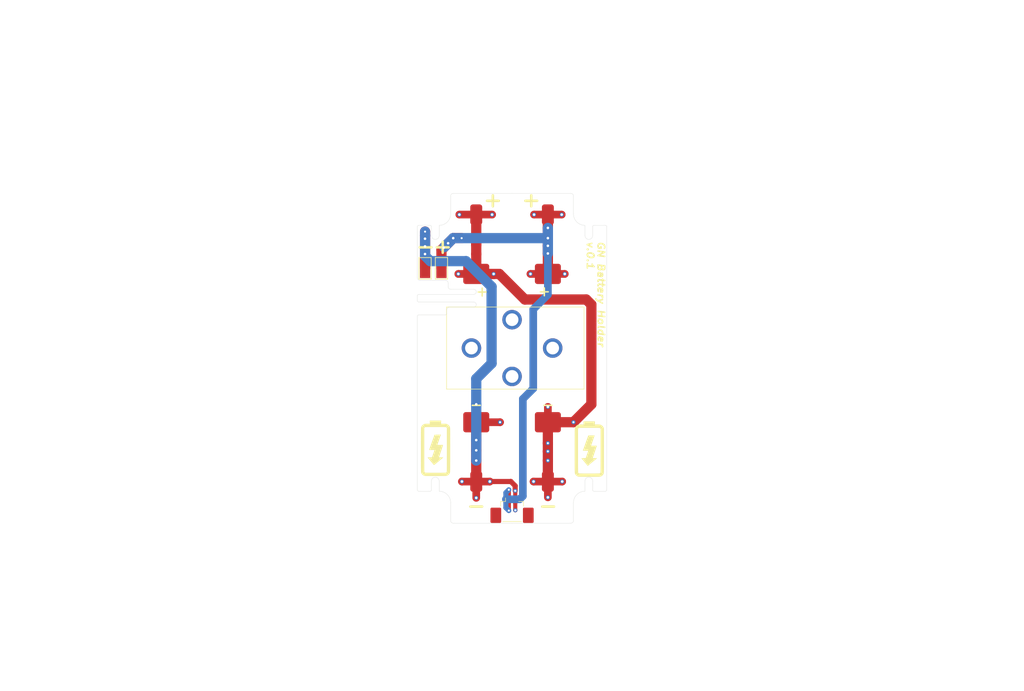
<source format=kicad_pcb>
(kicad_pcb (version 20171130) (host pcbnew "(5.1.7)-1")

  (general
    (thickness 0.6)
    (drawings 107)
    (tracks 146)
    (zones 0)
    (modules 8)
    (nets 4)
  )

  (page A4)
  (title_block
    (title "Generic Node Battery Holder")
    (date 2020-09-30)
    (rev 1.0)
    (company "The Things Industries")
    (comment 1 "drawn by: Orkhan Amiraslanov")
  )

  (layers
    (0 F.Cu signal)
    (31 B.Cu signal)
    (32 B.Adhes user)
    (33 F.Adhes user)
    (34 B.Paste user)
    (35 F.Paste user)
    (36 B.SilkS user)
    (37 F.SilkS user)
    (38 B.Mask user)
    (39 F.Mask user)
    (40 Dwgs.User user)
    (41 Cmts.User user)
    (42 Eco1.User user)
    (43 Eco2.User user)
    (44 Edge.Cuts user)
    (45 Margin user)
    (46 B.CrtYd user)
    (47 F.CrtYd user)
    (48 B.Fab user)
    (49 F.Fab user)
  )

  (setup
    (last_trace_width 0.25)
    (user_trace_width 0.2)
    (user_trace_width 0.4)
    (user_trace_width 0.6)
    (user_trace_width 0.8)
    (user_trace_width 1)
    (user_trace_width 1.5)
    (user_trace_width 2)
    (user_trace_width 2.5)
    (user_trace_width 3)
    (trace_clearance 0.2)
    (zone_clearance 0.508)
    (zone_45_only no)
    (trace_min 0.2)
    (via_size 0.8)
    (via_drill 0.4)
    (via_min_size 0.4)
    (via_min_drill 0.3)
    (user_via 0.5 0.3)
    (user_via 0.6 0.4)
    (user_via 0.8 0.5)
    (user_via 1 0.6)
    (user_via 1.2 0.8)
    (user_via 1.4 1)
    (uvia_size 0.3)
    (uvia_drill 0.1)
    (uvias_allowed no)
    (uvia_min_size 0.2)
    (uvia_min_drill 0.1)
    (edge_width 0.05)
    (segment_width 0.2)
    (pcb_text_width 0.3)
    (pcb_text_size 1.5 1.5)
    (mod_edge_width 0.12)
    (mod_text_size 1 1)
    (mod_text_width 0.15)
    (pad_size 1.524 1.524)
    (pad_drill 0.762)
    (pad_to_mask_clearance 0)
    (aux_axis_origin 150 100)
    (grid_origin 150 100)
    (visible_elements 7FFFFFFF)
    (pcbplotparams
      (layerselection 0x010fc_ffffffff)
      (usegerberextensions true)
      (usegerberattributes false)
      (usegerberadvancedattributes false)
      (creategerberjobfile false)
      (excludeedgelayer true)
      (linewidth 0.100000)
      (plotframeref false)
      (viasonmask false)
      (mode 1)
      (useauxorigin true)
      (hpglpennumber 1)
      (hpglpenspeed 20)
      (hpglpendiameter 15.000000)
      (psnegative false)
      (psa4output false)
      (plotreference true)
      (plotvalue false)
      (plotinvisibletext false)
      (padsonsilk false)
      (subtractmaskfromsilk false)
      (outputformat 1)
      (mirror false)
      (drillshape 0)
      (scaleselection 1)
      (outputdirectory "fabrication/gerbers/"))
  )

  (net 0 "")
  (net 1 "Net-(BT1-Pad2)")
  (net 2 VCC)
  (net 3 GND)

  (net_class Default "This is the default net class."
    (clearance 0.2)
    (trace_width 0.25)
    (via_dia 0.8)
    (via_drill 0.4)
    (uvia_dia 0.3)
    (uvia_drill 0.1)
    (add_net GND)
    (add_net "Net-(BT1-Pad2)")
    (add_net VCC)
  )

  (module node-lib-v1:Icon_Battery_1200px (layer F.Cu) (tedit 0) (tstamp 5F84898B)
    (at 165.1 117.75)
    (fp_text reference G*** (at 0 0) (layer F.SilkS) hide
      (effects (font (size 1.524 1.524) (thickness 0.3)))
    )
    (fp_text value LOGO (at 0.75 0) (layer F.SilkS) hide
      (effects (font (size 1.524 1.524) (thickness 0.3)))
    )
    (fp_poly (pts (xy 1.0795 -4.804833) (xy 1.508125 -4.804711) (xy 1.648031 -4.80365) (xy 1.782052 -4.800772)
      (xy 1.901206 -4.796408) (xy 1.996508 -4.790893) (xy 2.058975 -4.78456) (xy 2.06136 -4.784181)
      (xy 2.245435 -4.733347) (xy 2.413916 -4.646351) (xy 2.561919 -4.527986) (xy 2.684559 -4.383046)
      (xy 2.776951 -4.216326) (xy 2.834213 -4.03262) (xy 2.835895 -4.023977) (xy 2.838822 -3.986851)
      (xy 2.841536 -3.907589) (xy 2.844036 -3.786387) (xy 2.846321 -3.623444) (xy 2.84839 -3.418956)
      (xy 2.850242 -3.173119) (xy 2.851876 -2.886131) (xy 2.853292 -2.558189) (xy 2.854487 -2.189489)
      (xy 2.855463 -1.780228) (xy 2.856216 -1.330605) (xy 2.856747 -0.840814) (xy 2.857054 -0.311053)
      (xy 2.857137 0.25848) (xy 2.857133 0.315098) (xy 2.857107 0.823217) (xy 2.857092 1.290769)
      (xy 2.857039 1.719519) (xy 2.856901 2.111233) (xy 2.85663 2.467676) (xy 2.856179 2.790614)
      (xy 2.855501 3.081812) (xy 2.854547 3.343037) (xy 2.853271 3.576054) (xy 2.851625 3.782629)
      (xy 2.849561 3.964527) (xy 2.847033 4.123513) (xy 2.843991 4.261354) (xy 2.84039 4.379816)
      (xy 2.836181 4.480663) (xy 2.831318 4.565662) (xy 2.825752 4.636578) (xy 2.819436 4.695177)
      (xy 2.812322 4.743225) (xy 2.804364 4.782487) (xy 2.795513 4.814728) (xy 2.785722 4.841715)
      (xy 2.774944 4.865213) (xy 2.763131 4.886988) (xy 2.750235 4.908805) (xy 2.73621 4.932431)
      (xy 2.732789 4.938359) (xy 2.61615 5.100425) (xy 2.469414 5.234363) (xy 2.296778 5.33687)
      (xy 2.161105 5.388659) (xy 2.123148 5.393716) (xy 2.046501 5.398314) (xy 1.934748 5.402453)
      (xy 1.791473 5.406136) (xy 1.620261 5.409364) (xy 1.424696 5.412136) (xy 1.208363 5.414454)
      (xy 0.974845 5.416319) (xy 0.727728 5.417732) (xy 0.470595 5.418695) (xy 0.207031 5.419207)
      (xy -0.059379 5.41927) (xy -0.325051 5.418885) (xy -0.586401 5.418053) (xy -0.839845 5.416774)
      (xy -1.081797 5.415051) (xy -1.308674 5.412883) (xy -1.516891 5.410272) (xy -1.702863 5.407219)
      (xy -1.863007 5.403724) (xy -1.993738 5.399789) (xy -2.091471 5.395415) (xy -2.152623 5.390602)
      (xy -2.17033 5.387484) (xy -2.355671 5.307686) (xy -2.519841 5.193954) (xy -2.657233 5.050767)
      (xy -2.732789 4.938359) (xy -2.747083 4.914062) (xy -2.760236 4.891982) (xy -2.772296 4.870355)
      (xy -2.78331 4.847414) (xy -2.793326 4.821394) (xy -2.802391 4.790529) (xy -2.810552 4.753054)
      (xy -2.817857 4.707202) (xy -2.824354 4.651209) (xy -2.83009 4.583308) (xy -2.835113 4.501735)
      (xy -2.839469 4.404722) (xy -2.843207 4.290505) (xy -2.846374 4.157318) (xy -2.849017 4.003396)
      (xy -2.851185 3.826972) (xy -2.852923 3.626281) (xy -2.854281 3.399557) (xy -2.855305 3.145035)
      (xy -2.856043 2.860949) (xy -2.856543 2.545533) (xy -2.856851 2.197022) (xy -2.857016 1.81365)
      (xy -2.857084 1.393652) (xy -2.857104 0.935261) (xy -2.857123 0.436712) (xy -2.857132 0.315098)
      (xy -2.857071 -0.258234) (xy -2.856786 -0.791812) (xy -2.856276 -1.285438) (xy -2.855544 -1.738917)
      (xy -2.85459 -2.152051) (xy -2.853415 -2.524644) (xy -2.852021 -2.856497) (xy -2.850407 -3.147416)
      (xy -2.848576 -3.397201) (xy -2.846528 -3.605658) (xy -2.844263 -3.772588) (xy -2.841784 -3.897795)
      (xy -2.839933 -3.955063) (xy -2.211916 -3.955063) (xy -2.211916 0.303177) (xy -2.211912 0.802361)
      (xy -2.211886 1.260965) (xy -2.211822 1.68074) (xy -2.211703 2.063439) (xy -2.211512 2.410814)
      (xy -2.211231 2.724618) (xy -2.210843 3.006603) (xy -2.210332 3.258521) (xy -2.20968 3.482124)
      (xy -2.20887 3.679166) (xy -2.207884 3.851399) (xy -2.206707 4.000574) (xy -2.20532 4.128445)
      (xy -2.203706 4.236763) (xy -2.201849 4.327282) (xy -2.199731 4.401753) (xy -2.197335 4.461929)
      (xy -2.194644 4.509562) (xy -2.19164 4.546404) (xy -2.188308 4.574209) (xy -2.184628 4.594728)
      (xy -2.180586 4.609714) (xy -2.176162 4.620919) (xy -2.171341 4.630096) (xy -2.169583 4.633106)
      (xy -2.120733 4.6927) (xy -2.058813 4.741266) (xy -2.053497 4.744231) (xy -2.039567 4.750894)
      (xy -2.022503 4.756763) (xy -1.999686 4.761887) (xy -1.968496 4.766317) (xy -1.926314 4.770104)
      (xy -1.870521 4.773298) (xy -1.798497 4.775948) (xy -1.707623 4.778106) (xy -1.59528 4.779821)
      (xy -1.458848 4.781145) (xy -1.295709 4.782126) (xy -1.103242 4.782816) (xy -0.878829 4.783265)
      (xy -0.61985 4.783523) (xy -0.323686 4.78364) (xy 0 4.783667) (xy 0.334552 4.783638)
      (xy 0.629389 4.783516) (xy 0.887132 4.783253) (xy 1.1104 4.782796) (xy 1.301811 4.782097)
      (xy 1.463985 4.781105) (xy 1.599542 4.779769) (xy 1.711101 4.778039) (xy 1.801281 4.775865)
      (xy 1.872702 4.773197) (xy 1.927982 4.769984) (xy 1.969741 4.766176) (xy 2.000598 4.761722)
      (xy 2.023173 4.756573) (xy 2.040085 4.750678) (xy 2.053497 4.744231) (xy 2.115283 4.697917)
      (xy 2.166409 4.63827) (xy 2.169584 4.633106) (xy 2.174546 4.624223) (xy 2.179105 4.613915)
      (xy 2.183277 4.60043) (xy 2.18708 4.582017) (xy 2.19053 4.556921) (xy 2.193645 4.523392)
      (xy 2.196442 4.479677) (xy 2.198937 4.424023) (xy 2.201149 4.354678) (xy 2.203095 4.269889)
      (xy 2.20479 4.167905) (xy 2.206254 4.046972) (xy 2.207501 3.905339) (xy 2.208551 3.741252)
      (xy 2.20942 3.552961) (xy 2.210124 3.338711) (xy 2.210682 3.096752) (xy 2.211111 2.82533)
      (xy 2.211426 2.522693) (xy 2.211647 2.187088) (xy 2.211789 1.816764) (xy 2.21187 1.409968)
      (xy 2.211906 0.964948) (xy 2.211916 0.47995) (xy 2.211917 0.303177) (xy 2.211917 -3.955063)
      (xy 2.168276 -4.013515) (xy 2.11786 -4.070029) (xy 2.066182 -4.115609) (xy 2.055833 -4.12292)
      (xy 2.043856 -4.129365) (xy 2.02767 -4.134999) (xy 2.004689 -4.139876) (xy 1.972332 -4.144052)
      (xy 1.928015 -4.147579) (xy 1.869154 -4.150514) (xy 1.793168 -4.15291) (xy 1.697471 -4.154823)
      (xy 1.579482 -4.156306) (xy 1.436618 -4.157414) (xy 1.266294 -4.158202) (xy 1.065927 -4.158725)
      (xy 0.832936 -4.159036) (xy 0.564735 -4.159191) (xy 0.258743 -4.159244) (xy 0 -4.15925)
      (xy -0.336364 -4.159238) (xy -0.632977 -4.159165) (xy -0.892424 -4.158977) (xy -1.117287 -4.15862)
      (xy -1.31015 -4.158038) (xy -1.473595 -4.157177) (xy -1.610205 -4.155983) (xy -1.722565 -4.154401)
      (xy -1.813257 -4.152377) (xy -1.884864 -4.149855) (xy -1.93997 -4.146782) (xy -1.981157 -4.143103)
      (xy -2.011009 -4.138763) (xy -2.03211 -4.133708) (xy -2.047041 -4.127882) (xy -2.058387 -4.121233)
      (xy -2.066181 -4.115609) (xy -2.122695 -4.065193) (xy -2.168275 -4.013515) (xy -2.211916 -3.955063)
      (xy -2.839933 -3.955063) (xy -2.839091 -3.981082) (xy -2.836184 -4.022252) (xy -2.835895 -4.023977)
      (xy -2.78034 -4.20834) (xy -2.689432 -4.375932) (xy -2.568056 -4.521961) (xy -2.421097 -4.641633)
      (xy -2.253437 -4.730154) (xy -2.069962 -4.782729) (xy -2.061359 -4.784181) (xy -1.999981 -4.790717)
      (xy -1.905644 -4.796398) (xy -1.787721 -4.800865) (xy -1.655584 -4.803755) (xy -1.529291 -4.804711)
      (xy -1.121833 -4.804833) (xy -1.121833 -5.418666) (xy 1.0795 -5.418666) (xy 1.0795 -4.804833)) (layer F.SilkS) (width 0.01))
    (fp_poly (pts (xy 0.974554 -2.492693) (xy 0.93953 -2.391042) (xy 0.896247 -2.265781) (xy 0.846397 -2.121782)
      (xy 0.791675 -1.963912) (xy 0.733774 -1.797043) (xy 0.674387 -1.626043) (xy 0.615208 -1.455783)
      (xy 0.557929 -1.291132) (xy 0.504245 -1.136961) (xy 0.455849 -0.998138) (xy 0.414434 -0.879535)
      (xy 0.381694 -0.786019) (xy 0.359322 -0.722462) (xy 0.349011 -0.693733) (xy 0.348807 -0.693208)
      (xy 0.346702 -0.682092) (xy 0.353298 -0.673446) (xy 0.373163 -0.666963) (xy 0.410864 -0.662333)
      (xy 0.47097 -0.659249) (xy 0.558048 -0.657401) (xy 0.676666 -0.656482) (xy 0.831392 -0.656182)
      (xy 0.897319 -0.656166) (xy 1.046747 -0.655588) (xy 1.181273 -0.653958) (xy 1.295406 -0.651432)
      (xy 1.38365 -0.648168) (xy 1.440512 -0.644323) (xy 1.4605 -0.640083) (xy 1.453981 -0.617641)
      (xy 1.435198 -0.558589) (xy 1.405315 -0.466462) (xy 1.365497 -0.344799) (xy 1.316906 -0.197135)
      (xy 1.260707 -0.027008) (xy 1.198064 0.162046) (xy 1.13014 0.366491) (xy 1.060028 0.577001)
      (xy 0.659557 1.778) (xy 1.512455 1.778) (xy 1.460019 1.829369) (xy 1.429982 1.856331)
      (xy 1.372469 1.905663) (xy 1.291141 1.974346) (xy 1.18966 2.059365) (xy 1.071687 2.157703)
      (xy 0.940883 2.266344) (xy 0.800909 2.38227) (xy 0.655426 2.502465) (xy 0.508095 2.623913)
      (xy 0.362577 2.743597) (xy 0.222534 2.8585) (xy 0.091626 2.965606) (xy -0.026485 3.061898)
      (xy -0.128138 3.144359) (xy -0.209672 3.209973) (xy -0.267426 3.255723) (xy -0.297739 3.278593)
      (xy -0.301339 3.280659) (xy -0.317663 3.26494) (xy -0.358256 3.219858) (xy -0.420362 3.148634)
      (xy -0.501225 3.054493) (xy -0.598091 2.940654) (xy -0.708203 2.810342) (xy -0.828807 2.666779)
      (xy -0.939203 2.534709) (xy -1.561477 1.788584) (xy -1.125445 1.778) (xy -0.689413 1.767417)
      (xy -0.443537 1.04775) (xy -0.197661 0.328084) (xy -0.725449 0.322424) (xy -1.253238 0.316764)
      (xy -1.241341 0.269507) (xy -1.23237 0.242215) (xy -1.210222 0.178368) (xy -1.176064 0.081241)
      (xy -1.131061 -0.045891) (xy -1.076377 -0.199753) (xy -1.01318 -0.377071) (xy -0.942633 -0.574568)
      (xy -0.865902 -0.788971) (xy -0.784154 -1.017003) (xy -0.712318 -1.217083) (xy -0.195192 -2.656416)
      (xy 0.419753 -2.662026) (xy 1.034697 -2.667635) (xy 0.974554 -2.492693)) (layer F.SilkS) (width 0.01))
  )

  (module node-lib-v1:Icon_Battery_1200px (layer F.Cu) (tedit 0) (tstamp 5F848988)
    (at 135.05 117.6)
    (fp_text reference G*** (at 0 0) (layer F.SilkS) hide
      (effects (font (size 1.524 1.524) (thickness 0.3)))
    )
    (fp_text value LOGO (at 0.75 0) (layer F.SilkS) hide
      (effects (font (size 1.524 1.524) (thickness 0.3)))
    )
    (fp_poly (pts (xy 0.974554 -2.492693) (xy 0.93953 -2.391042) (xy 0.896247 -2.265781) (xy 0.846397 -2.121782)
      (xy 0.791675 -1.963912) (xy 0.733774 -1.797043) (xy 0.674387 -1.626043) (xy 0.615208 -1.455783)
      (xy 0.557929 -1.291132) (xy 0.504245 -1.136961) (xy 0.455849 -0.998138) (xy 0.414434 -0.879535)
      (xy 0.381694 -0.786019) (xy 0.359322 -0.722462) (xy 0.349011 -0.693733) (xy 0.348807 -0.693208)
      (xy 0.346702 -0.682092) (xy 0.353298 -0.673446) (xy 0.373163 -0.666963) (xy 0.410864 -0.662333)
      (xy 0.47097 -0.659249) (xy 0.558048 -0.657401) (xy 0.676666 -0.656482) (xy 0.831392 -0.656182)
      (xy 0.897319 -0.656166) (xy 1.046747 -0.655588) (xy 1.181273 -0.653958) (xy 1.295406 -0.651432)
      (xy 1.38365 -0.648168) (xy 1.440512 -0.644323) (xy 1.4605 -0.640083) (xy 1.453981 -0.617641)
      (xy 1.435198 -0.558589) (xy 1.405315 -0.466462) (xy 1.365497 -0.344799) (xy 1.316906 -0.197135)
      (xy 1.260707 -0.027008) (xy 1.198064 0.162046) (xy 1.13014 0.366491) (xy 1.060028 0.577001)
      (xy 0.659557 1.778) (xy 1.512455 1.778) (xy 1.460019 1.829369) (xy 1.429982 1.856331)
      (xy 1.372469 1.905663) (xy 1.291141 1.974346) (xy 1.18966 2.059365) (xy 1.071687 2.157703)
      (xy 0.940883 2.266344) (xy 0.800909 2.38227) (xy 0.655426 2.502465) (xy 0.508095 2.623913)
      (xy 0.362577 2.743597) (xy 0.222534 2.8585) (xy 0.091626 2.965606) (xy -0.026485 3.061898)
      (xy -0.128138 3.144359) (xy -0.209672 3.209973) (xy -0.267426 3.255723) (xy -0.297739 3.278593)
      (xy -0.301339 3.280659) (xy -0.317663 3.26494) (xy -0.358256 3.219858) (xy -0.420362 3.148634)
      (xy -0.501225 3.054493) (xy -0.598091 2.940654) (xy -0.708203 2.810342) (xy -0.828807 2.666779)
      (xy -0.939203 2.534709) (xy -1.561477 1.788584) (xy -1.125445 1.778) (xy -0.689413 1.767417)
      (xy -0.443537 1.04775) (xy -0.197661 0.328084) (xy -0.725449 0.322424) (xy -1.253238 0.316764)
      (xy -1.241341 0.269507) (xy -1.23237 0.242215) (xy -1.210222 0.178368) (xy -1.176064 0.081241)
      (xy -1.131061 -0.045891) (xy -1.076377 -0.199753) (xy -1.01318 -0.377071) (xy -0.942633 -0.574568)
      (xy -0.865902 -0.788971) (xy -0.784154 -1.017003) (xy -0.712318 -1.217083) (xy -0.195192 -2.656416)
      (xy 0.419753 -2.662026) (xy 1.034697 -2.667635) (xy 0.974554 -2.492693)) (layer F.SilkS) (width 0.01))
    (fp_poly (pts (xy 1.0795 -4.804833) (xy 1.508125 -4.804711) (xy 1.648031 -4.80365) (xy 1.782052 -4.800772)
      (xy 1.901206 -4.796408) (xy 1.996508 -4.790893) (xy 2.058975 -4.78456) (xy 2.06136 -4.784181)
      (xy 2.245435 -4.733347) (xy 2.413916 -4.646351) (xy 2.561919 -4.527986) (xy 2.684559 -4.383046)
      (xy 2.776951 -4.216326) (xy 2.834213 -4.03262) (xy 2.835895 -4.023977) (xy 2.838822 -3.986851)
      (xy 2.841536 -3.907589) (xy 2.844036 -3.786387) (xy 2.846321 -3.623444) (xy 2.84839 -3.418956)
      (xy 2.850242 -3.173119) (xy 2.851876 -2.886131) (xy 2.853292 -2.558189) (xy 2.854487 -2.189489)
      (xy 2.855463 -1.780228) (xy 2.856216 -1.330605) (xy 2.856747 -0.840814) (xy 2.857054 -0.311053)
      (xy 2.857137 0.25848) (xy 2.857133 0.315098) (xy 2.857107 0.823217) (xy 2.857092 1.290769)
      (xy 2.857039 1.719519) (xy 2.856901 2.111233) (xy 2.85663 2.467676) (xy 2.856179 2.790614)
      (xy 2.855501 3.081812) (xy 2.854547 3.343037) (xy 2.853271 3.576054) (xy 2.851625 3.782629)
      (xy 2.849561 3.964527) (xy 2.847033 4.123513) (xy 2.843991 4.261354) (xy 2.84039 4.379816)
      (xy 2.836181 4.480663) (xy 2.831318 4.565662) (xy 2.825752 4.636578) (xy 2.819436 4.695177)
      (xy 2.812322 4.743225) (xy 2.804364 4.782487) (xy 2.795513 4.814728) (xy 2.785722 4.841715)
      (xy 2.774944 4.865213) (xy 2.763131 4.886988) (xy 2.750235 4.908805) (xy 2.73621 4.932431)
      (xy 2.732789 4.938359) (xy 2.61615 5.100425) (xy 2.469414 5.234363) (xy 2.296778 5.33687)
      (xy 2.161105 5.388659) (xy 2.123148 5.393716) (xy 2.046501 5.398314) (xy 1.934748 5.402453)
      (xy 1.791473 5.406136) (xy 1.620261 5.409364) (xy 1.424696 5.412136) (xy 1.208363 5.414454)
      (xy 0.974845 5.416319) (xy 0.727728 5.417732) (xy 0.470595 5.418695) (xy 0.207031 5.419207)
      (xy -0.059379 5.41927) (xy -0.325051 5.418885) (xy -0.586401 5.418053) (xy -0.839845 5.416774)
      (xy -1.081797 5.415051) (xy -1.308674 5.412883) (xy -1.516891 5.410272) (xy -1.702863 5.407219)
      (xy -1.863007 5.403724) (xy -1.993738 5.399789) (xy -2.091471 5.395415) (xy -2.152623 5.390602)
      (xy -2.17033 5.387484) (xy -2.355671 5.307686) (xy -2.519841 5.193954) (xy -2.657233 5.050767)
      (xy -2.732789 4.938359) (xy -2.747083 4.914062) (xy -2.760236 4.891982) (xy -2.772296 4.870355)
      (xy -2.78331 4.847414) (xy -2.793326 4.821394) (xy -2.802391 4.790529) (xy -2.810552 4.753054)
      (xy -2.817857 4.707202) (xy -2.824354 4.651209) (xy -2.83009 4.583308) (xy -2.835113 4.501735)
      (xy -2.839469 4.404722) (xy -2.843207 4.290505) (xy -2.846374 4.157318) (xy -2.849017 4.003396)
      (xy -2.851185 3.826972) (xy -2.852923 3.626281) (xy -2.854281 3.399557) (xy -2.855305 3.145035)
      (xy -2.856043 2.860949) (xy -2.856543 2.545533) (xy -2.856851 2.197022) (xy -2.857016 1.81365)
      (xy -2.857084 1.393652) (xy -2.857104 0.935261) (xy -2.857123 0.436712) (xy -2.857132 0.315098)
      (xy -2.857071 -0.258234) (xy -2.856786 -0.791812) (xy -2.856276 -1.285438) (xy -2.855544 -1.738917)
      (xy -2.85459 -2.152051) (xy -2.853415 -2.524644) (xy -2.852021 -2.856497) (xy -2.850407 -3.147416)
      (xy -2.848576 -3.397201) (xy -2.846528 -3.605658) (xy -2.844263 -3.772588) (xy -2.841784 -3.897795)
      (xy -2.839933 -3.955063) (xy -2.211916 -3.955063) (xy -2.211916 0.303177) (xy -2.211912 0.802361)
      (xy -2.211886 1.260965) (xy -2.211822 1.68074) (xy -2.211703 2.063439) (xy -2.211512 2.410814)
      (xy -2.211231 2.724618) (xy -2.210843 3.006603) (xy -2.210332 3.258521) (xy -2.20968 3.482124)
      (xy -2.20887 3.679166) (xy -2.207884 3.851399) (xy -2.206707 4.000574) (xy -2.20532 4.128445)
      (xy -2.203706 4.236763) (xy -2.201849 4.327282) (xy -2.199731 4.401753) (xy -2.197335 4.461929)
      (xy -2.194644 4.509562) (xy -2.19164 4.546404) (xy -2.188308 4.574209) (xy -2.184628 4.594728)
      (xy -2.180586 4.609714) (xy -2.176162 4.620919) (xy -2.171341 4.630096) (xy -2.169583 4.633106)
      (xy -2.120733 4.6927) (xy -2.058813 4.741266) (xy -2.053497 4.744231) (xy -2.039567 4.750894)
      (xy -2.022503 4.756763) (xy -1.999686 4.761887) (xy -1.968496 4.766317) (xy -1.926314 4.770104)
      (xy -1.870521 4.773298) (xy -1.798497 4.775948) (xy -1.707623 4.778106) (xy -1.59528 4.779821)
      (xy -1.458848 4.781145) (xy -1.295709 4.782126) (xy -1.103242 4.782816) (xy -0.878829 4.783265)
      (xy -0.61985 4.783523) (xy -0.323686 4.78364) (xy 0 4.783667) (xy 0.334552 4.783638)
      (xy 0.629389 4.783516) (xy 0.887132 4.783253) (xy 1.1104 4.782796) (xy 1.301811 4.782097)
      (xy 1.463985 4.781105) (xy 1.599542 4.779769) (xy 1.711101 4.778039) (xy 1.801281 4.775865)
      (xy 1.872702 4.773197) (xy 1.927982 4.769984) (xy 1.969741 4.766176) (xy 2.000598 4.761722)
      (xy 2.023173 4.756573) (xy 2.040085 4.750678) (xy 2.053497 4.744231) (xy 2.115283 4.697917)
      (xy 2.166409 4.63827) (xy 2.169584 4.633106) (xy 2.174546 4.624223) (xy 2.179105 4.613915)
      (xy 2.183277 4.60043) (xy 2.18708 4.582017) (xy 2.19053 4.556921) (xy 2.193645 4.523392)
      (xy 2.196442 4.479677) (xy 2.198937 4.424023) (xy 2.201149 4.354678) (xy 2.203095 4.269889)
      (xy 2.20479 4.167905) (xy 2.206254 4.046972) (xy 2.207501 3.905339) (xy 2.208551 3.741252)
      (xy 2.20942 3.552961) (xy 2.210124 3.338711) (xy 2.210682 3.096752) (xy 2.211111 2.82533)
      (xy 2.211426 2.522693) (xy 2.211647 2.187088) (xy 2.211789 1.816764) (xy 2.21187 1.409968)
      (xy 2.211906 0.964948) (xy 2.211916 0.47995) (xy 2.211917 0.303177) (xy 2.211917 -3.955063)
      (xy 2.168276 -4.013515) (xy 2.11786 -4.070029) (xy 2.066182 -4.115609) (xy 2.055833 -4.12292)
      (xy 2.043856 -4.129365) (xy 2.02767 -4.134999) (xy 2.004689 -4.139876) (xy 1.972332 -4.144052)
      (xy 1.928015 -4.147579) (xy 1.869154 -4.150514) (xy 1.793168 -4.15291) (xy 1.697471 -4.154823)
      (xy 1.579482 -4.156306) (xy 1.436618 -4.157414) (xy 1.266294 -4.158202) (xy 1.065927 -4.158725)
      (xy 0.832936 -4.159036) (xy 0.564735 -4.159191) (xy 0.258743 -4.159244) (xy 0 -4.15925)
      (xy -0.336364 -4.159238) (xy -0.632977 -4.159165) (xy -0.892424 -4.158977) (xy -1.117287 -4.15862)
      (xy -1.31015 -4.158038) (xy -1.473595 -4.157177) (xy -1.610205 -4.155983) (xy -1.722565 -4.154401)
      (xy -1.813257 -4.152377) (xy -1.884864 -4.149855) (xy -1.93997 -4.146782) (xy -1.981157 -4.143103)
      (xy -2.011009 -4.138763) (xy -2.03211 -4.133708) (xy -2.047041 -4.127882) (xy -2.058387 -4.121233)
      (xy -2.066181 -4.115609) (xy -2.122695 -4.065193) (xy -2.168275 -4.013515) (xy -2.211916 -3.955063)
      (xy -2.839933 -3.955063) (xy -2.839091 -3.981082) (xy -2.836184 -4.022252) (xy -2.835895 -4.023977)
      (xy -2.78034 -4.20834) (xy -2.689432 -4.375932) (xy -2.568056 -4.521961) (xy -2.421097 -4.641633)
      (xy -2.253437 -4.730154) (xy -2.069962 -4.782729) (xy -2.061359 -4.784181) (xy -1.999981 -4.790717)
      (xy -1.905644 -4.796398) (xy -1.787721 -4.800865) (xy -1.655584 -4.803755) (xy -1.529291 -4.804711)
      (xy -1.121833 -4.804833) (xy -1.121833 -5.418666) (xy 1.0795 -5.418666) (xy 1.0795 -4.804833)) (layer F.SilkS) (width 0.01))
  )

  (module TestPoint:TestPoint_Keystone_5019_Minature (layer F.Cu) (tedit 5A0F774F) (tstamp 5F846FCF)
    (at 133 82.4 270)
    (descr "SMT Test Point- Micro Miniature 5019, http://www.keyelco.com/product-pdf.cfm?p=1357")
    (tags "Test Point")
    (path /5F4E6926)
    (attr smd)
    (fp_text reference J1 (at -3 -1.3 180) (layer F.SilkS) hide
      (effects (font (size 1 1) (thickness 0.15)))
    )
    (fp_text value Batt- (at -4.5 0.1 90) (layer F.Fab)
      (effects (font (size 1 1) (thickness 0.15)))
    )
    (fp_line (start 0 0.5) (end 0 1) (layer F.Fab) (width 0.15))
    (fp_line (start 0 -1) (end 0 -0.5) (layer F.Fab) (width 0.15))
    (fp_line (start -1.9 -0.5) (end 1.9 -0.5) (layer F.Fab) (width 0.15))
    (fp_line (start 1.9 0.5) (end -1.9 0.5) (layer F.Fab) (width 0.15))
    (fp_line (start 1.25 -1) (end -1.25 -1) (layer F.Fab) (width 0.15))
    (fp_line (start -1.25 -1) (end -1.25 -0.5) (layer F.Fab) (width 0.15))
    (fp_line (start -1.25 -0.5) (end -1.75 -0.5) (layer F.Fab) (width 0.15))
    (fp_line (start -1.9 -0.5) (end -1.9 0.5) (layer F.Fab) (width 0.15))
    (fp_line (start -1.75 0.5) (end -1.25 0.5) (layer F.Fab) (width 0.15))
    (fp_line (start -1.25 0.5) (end -1.25 1) (layer F.Fab) (width 0.15))
    (fp_line (start -1.25 1) (end 1.25 1) (layer F.Fab) (width 0.15))
    (fp_line (start 1.25 1) (end 1.25 0.5) (layer F.Fab) (width 0.15))
    (fp_line (start 1.25 0.5) (end 1.75 0.5) (layer F.Fab) (width 0.15))
    (fp_line (start 1.9 0.5) (end 1.9 -0.5) (layer F.Fab) (width 0.15))
    (fp_line (start 1.75 -0.5) (end 1.25 -0.5) (layer F.Fab) (width 0.15))
    (fp_line (start 1.25 -0.5) (end 1.25 -1) (layer F.Fab) (width 0.15))
    (fp_line (start -2.35 -1.45) (end 2.35 -1.45) (layer F.CrtYd) (width 0.05))
    (fp_line (start 2.35 -1.45) (end 2.35 1.45) (layer F.CrtYd) (width 0.05))
    (fp_line (start 2.35 1.45) (end -2.35 1.45) (layer F.CrtYd) (width 0.05))
    (fp_line (start -2.35 1.45) (end -2.35 -1.45) (layer F.CrtYd) (width 0.05))
    (fp_line (start -2.1 -1.2) (end 2.1 -1.2) (layer F.SilkS) (width 0.15))
    (fp_line (start 2.1 -1.2) (end 2.1 1.2) (layer F.SilkS) (width 0.15))
    (fp_line (start 2.1 1.2) (end -2.1 1.2) (layer F.SilkS) (width 0.15))
    (fp_line (start -2.1 1.2) (end -2.1 -1.2) (layer F.SilkS) (width 0.15))
    (fp_text user %R (at -0.1 0.1 90) (layer F.Fab)
      (effects (font (size 0.9 0.9) (thickness 0.135)))
    )
    (pad 1 smd rect (at 0 0 270) (size 3.8 2) (layers F.Cu F.Paste F.Mask)
      (net 3 GND))
  )

  (module TestPoint:TestPoint_Keystone_5019_Minature (layer F.Cu) (tedit 5A0F774F) (tstamp 5F4EE7E0)
    (at 136.2 82.4 90)
    (descr "SMT Test Point- Micro Miniature 5019, http://www.keyelco.com/product-pdf.cfm?p=1357")
    (tags "Test Point")
    (path /5F4E2017)
    (attr smd)
    (fp_text reference J2 (at 3 1.7) (layer F.SilkS) hide
      (effects (font (size 1 1) (thickness 0.15)))
    )
    (fp_text value Batt+ (at 4.4 0 90) (layer F.Fab)
      (effects (font (size 1 1) (thickness 0.15)))
    )
    (fp_line (start 0 0.5) (end 0 1) (layer F.Fab) (width 0.15))
    (fp_line (start 0 -1) (end 0 -0.5) (layer F.Fab) (width 0.15))
    (fp_line (start -1.9 -0.5) (end 1.9 -0.5) (layer F.Fab) (width 0.15))
    (fp_line (start 1.9 0.5) (end -1.9 0.5) (layer F.Fab) (width 0.15))
    (fp_line (start 1.25 -1) (end -1.25 -1) (layer F.Fab) (width 0.15))
    (fp_line (start -1.25 -1) (end -1.25 -0.5) (layer F.Fab) (width 0.15))
    (fp_line (start -1.25 -0.5) (end -1.75 -0.5) (layer F.Fab) (width 0.15))
    (fp_line (start -1.9 -0.5) (end -1.9 0.5) (layer F.Fab) (width 0.15))
    (fp_line (start -1.75 0.5) (end -1.25 0.5) (layer F.Fab) (width 0.15))
    (fp_line (start -1.25 0.5) (end -1.25 1) (layer F.Fab) (width 0.15))
    (fp_line (start -1.25 1) (end 1.25 1) (layer F.Fab) (width 0.15))
    (fp_line (start 1.25 1) (end 1.25 0.5) (layer F.Fab) (width 0.15))
    (fp_line (start 1.25 0.5) (end 1.75 0.5) (layer F.Fab) (width 0.15))
    (fp_line (start 1.9 0.5) (end 1.9 -0.5) (layer F.Fab) (width 0.15))
    (fp_line (start 1.75 -0.5) (end 1.25 -0.5) (layer F.Fab) (width 0.15))
    (fp_line (start 1.25 -0.5) (end 1.25 -1) (layer F.Fab) (width 0.15))
    (fp_line (start -2.35 -1.45) (end 2.35 -1.45) (layer F.CrtYd) (width 0.05))
    (fp_line (start 2.35 -1.45) (end 2.35 1.45) (layer F.CrtYd) (width 0.05))
    (fp_line (start 2.35 1.45) (end -2.35 1.45) (layer F.CrtYd) (width 0.05))
    (fp_line (start -2.35 1.45) (end -2.35 -1.45) (layer F.CrtYd) (width 0.05))
    (fp_line (start -2.1 -1.2) (end 2.1 -1.2) (layer F.SilkS) (width 0.15))
    (fp_line (start 2.1 -1.2) (end 2.1 1.2) (layer F.SilkS) (width 0.15))
    (fp_line (start 2.1 1.2) (end -2.1 1.2) (layer F.SilkS) (width 0.15))
    (fp_line (start -2.1 1.2) (end -2.1 -1.2) (layer F.SilkS) (width 0.15))
    (fp_text user %R (at 0 0 90) (layer F.Fab)
      (effects (font (size 0.9 0.9) (thickness 0.135)))
    )
    (pad 1 smd rect (at 0 0 90) (size 3.8 2) (layers F.Cu F.Paste F.Mask)
      (net 2 VCC))
  )

  (module node-lib-v1:Keystone_69_clip (layer F.Cu) (tedit 5F451643) (tstamp 5F4E2FC6)
    (at 150 98 180)
    (path /5F456034)
    (fp_text reference BTclip1 (at -0.05 -2.35) (layer F.SilkS) hide
      (effects (font (size 1 1) (thickness 0.15)))
    )
    (fp_text value PN69 (at 0 0.05) (layer F.Fab)
      (effects (font (size 1 1) (thickness 0.15)))
    )
    (fp_line (start -14.732 0) (end 13.716 0) (layer Eco1.User) (width 0.12))
    (fp_line (start 0 -8.636) (end 0 8.636) (layer Eco1.User) (width 0.12))
    (fp_line (start 12.7 0) (end 12.7 -7.9375) (layer F.CrtYd) (width 0.12))
    (fp_line (start 12.7 0) (end 12.7 7.9375) (layer F.CrtYd) (width 0.12))
    (fp_line (start -13.97 0) (end -13.97 -7.9375) (layer F.CrtYd) (width 0.12))
    (fp_line (start -13.97 0) (end -13.97 7.9375) (layer F.CrtYd) (width 0.12))
    (fp_line (start 12.7 7.9375) (end -13.97 7.9375) (layer F.CrtYd) (width 0.12))
    (fp_line (start -13.97 -7.9375) (end 12.7 -7.9375) (layer F.CrtYd) (width 0.12))
    (fp_line (start -13.8684 -7.8232) (end -13.8684 7.8232) (layer F.Fab) (width 0.12))
    (fp_line (start -13.8684 7.8232) (end 12.5984 7.8232) (layer F.Fab) (width 0.12))
    (fp_line (start 12.5984 7.8232) (end 12.5984 -7.8232) (layer F.Fab) (width 0.12))
    (fp_line (start 12.5984 -7.8232) (end -13.8684 -7.8232) (layer F.Fab) (width 0.12))
    (fp_line (start 12.8016 -8.0264) (end 12.8016 8.0264) (layer F.SilkS) (width 0.12))
    (fp_line (start 12.8016 8.0264) (end -14.0716 8.0264) (layer F.SilkS) (width 0.12))
    (fp_line (start -14.0716 8.0264) (end -14.0716 -8.0264) (layer F.SilkS) (width 0.12))
    (fp_line (start -14.0716 -8.0264) (end 12.8016 -8.0264) (layer F.SilkS) (width 0.12))
    (pad 2 smd circle (at 7.9375 0 180) (size 3.81 3.81) (layers F.Paste F.Mask))
    (pad 2 smd circle (at -7.9375 0 180) (size 3.81 3.81) (layers F.Paste F.Mask))
    (pad 2 smd circle (at 0 -5.5499 180) (size 3.81 3.81) (layers F.Paste F.Mask))
    (pad 2 smd circle (at 0 5.5499 180) (size 3.81 3.81) (layers F.Paste F.Mask))
    (pad 1 thru_hole circle (at 0 5.5499 180) (size 3.81 3.81) (drill 2.4892) (layers *.Cu *.Mask))
    (pad 1 thru_hole circle (at 0 -5.5499 180) (size 3.81 3.81) (drill 2.4892) (layers *.Cu *.Mask))
    (pad 1 thru_hole circle (at 7.9375 0 180) (size 3.81 3.81) (drill 2.4892) (layers *.Cu *.Mask))
    (pad 1 thru_hole circle (at -7.9375 0 180) (size 3.81 3.81) (drill 2.4892) (layers *.Cu *.Mask F.Paste))
    (model C:/Users/Admin/OneDrive/TTI_Files/ST_Node/Hardware/Libs/packages3d/node-lib-v1.3dshapes/keystone-PN69.STEP
      (offset (xyz 0 7.9756 0))
      (scale (xyz 1.1 1 1))
      (rotate (xyz -90 0 0))
    )
  )

  (module node-lib-v1:keystone-PN57 (layer F.Cu) (tedit 5F451463) (tstamp 5F4E301A)
    (at 143 98 90)
    (descr "AA battery holder clip SMD")
    (tags battery,holder,clip)
    (path /5F4566C7)
    (fp_text reference BT2 (at -0.127 -0.381 90) (layer F.SilkS) hide
      (effects (font (size 1 1) (thickness 0.15)))
    )
    (fp_text value 2xPN57 (at -0.05 2.95 90) (layer F.Fab) hide
      (effects (font (size 1 1) (thickness 0.15)))
    )
    (fp_line (start 29 -3.5) (end 11.5 -3.5) (layer F.CrtYd) (width 0.12))
    (fp_line (start 29 3.5) (end 29 -3.5) (layer F.CrtYd) (width 0.12))
    (fp_line (start 11.5 3.5) (end 29 3.5) (layer F.CrtYd) (width 0.12))
    (fp_line (start 11.5 -3.5) (end 11.5 3.5) (layer F.CrtYd) (width 0.12))
    (fp_line (start -11.5 -3.5) (end -29 -3.5) (layer F.CrtYd) (width 0.12))
    (fp_line (start -11.5 3.5) (end -11.5 -3.5) (layer F.CrtYd) (width 0.12))
    (fp_line (start -29 3.5) (end -11.5 3.5) (layer F.CrtYd) (width 0.12))
    (fp_line (start -29 -3.5) (end -29 3.5) (layer F.CrtYd) (width 0.12))
    (fp_line (start -28.5 -3) (end -12 -3) (layer F.Fab) (width 0.12))
    (fp_line (start -28.5 3) (end -28.5 -3) (layer F.Fab) (width 0.12))
    (fp_line (start -12 3) (end -28.5 3) (layer F.Fab) (width 0.12))
    (fp_line (start -12 2.5) (end -12 3) (layer F.Fab) (width 0.12))
    (fp_line (start -12 -3) (end -12 2.5) (layer F.Fab) (width 0.12))
    (fp_line (start 28.5 -3) (end 12 -3) (layer F.Fab) (width 0.12))
    (fp_line (start 28.5 3) (end 28.5 -3) (layer F.Fab) (width 0.12))
    (fp_line (start 12 3) (end 28.5 3) (layer F.Fab) (width 0.12))
    (fp_line (start 12 -3) (end 12 3) (layer F.Fab) (width 0.12))
    (fp_line (start 24.13 0) (end -24.13 0) (layer Eco1.User) (width 0.12))
    (fp_line (start 0 12.7) (end 0 -12.7) (layer Eco1.User) (width 0.12))
    (fp_text user + (at 10.956 1.011 90) (layer F.SilkS)
      (effects (font (size 2 2) (thickness 0.3)))
    )
    (fp_text user - (at -11.05 0) (layer F.SilkS)
      (effects (font (size 2 2) (thickness 0.3)))
    )
    (fp_text user Conn1 (at 20.3 -0.1 90) (layer F.Fab)
      (effects (font (size 1 1) (thickness 0.15)))
    )
    (fp_text user Conn2 (at -20.45 -0.1 90) (layer F.Fab)
      (effects (font (size 1 1) (thickness 0.15)))
    )
    (pad 1 smd roundrect (at 26.1112 0 90) (size 3.9624 2.3368) (layers F.Cu F.Paste F.Mask) (roundrect_rratio 0.2139999144128723)
      (net 1 "Net-(BT1-Pad2)"))
    (pad 1 smd roundrect (at 14.5034 0 90) (size 3.96 5.08) (layers F.Cu F.Paste F.Mask) (roundrect_rratio 0.126)
      (net 1 "Net-(BT1-Pad2)"))
    (pad 2 smd roundrect (at -26.1112 0 90) (size 3.9624 2.3368) (layers F.Cu F.Paste F.Mask) (roundrect_rratio 0.2139999144128723)
      (net 3 GND))
    (pad 2 smd roundrect (at -14.5034 0 90) (size 3.96 5.08) (layers F.Cu F.Paste F.Mask) (roundrect_rratio 0.126)
      (net 3 GND))
    (model C:/Users/Admin/OneDrive/TTI_Files/ST_Node/Hardware/Libs/packages3d/node-lib-v1.3dshapes/keystone-PN57.STEP
      (offset (xyz 16.74114 0 0.50038))
      (scale (xyz 1 1 1))
      (rotate (xyz -90 0 0))
    )
    (model C:/Users/Admin/OneDrive/TTI_Files/ST_Node/Hardware/Libs/packages3d/node-lib-v1.3dshapes/keystone-PN57.STEP
      (offset (xyz -16.74622 0 0.50038))
      (scale (xyz 1 1 1))
      (rotate (xyz -90 0 -180))
    )
    (model "C:/Users/Admin/OneDrive/TTI_Files/ST_Node/Hardware/Libs/packages3d/node-lib-v1.3dshapes/AA Duracell Body-Plain.STEP"
      (offset (xyz -25.5 0 7.5))
      (scale (xyz 1 1 1))
      (rotate (xyz 0 0 90))
    )
  )

  (module node-lib-v1:keystone-PN57 (layer F.Cu) (tedit 5F451463) (tstamp 5F5B9FCE)
    (at 157 98 90)
    (descr "AA battery holder clip SMD")
    (tags battery,holder,clip)
    (path /5F456F74)
    (fp_text reference BT1 (at -0.127 -0.381 90) (layer F.SilkS) hide
      (effects (font (size 1 1) (thickness 0.15)))
    )
    (fp_text value 2xPN57 (at -20.5 -6.65 180) (layer F.Fab)
      (effects (font (size 1 1) (thickness 0.15)))
    )
    (fp_line (start 0 12.7) (end 0 -12.7) (layer Eco1.User) (width 0.12))
    (fp_line (start 24.13 0) (end -24.13 0) (layer Eco1.User) (width 0.12))
    (fp_line (start 12 -3) (end 12 3) (layer F.Fab) (width 0.12))
    (fp_line (start 12 3) (end 28.5 3) (layer F.Fab) (width 0.12))
    (fp_line (start 28.5 3) (end 28.5 -3) (layer F.Fab) (width 0.12))
    (fp_line (start 28.5 -3) (end 12 -3) (layer F.Fab) (width 0.12))
    (fp_line (start -12 -3) (end -12 2.5) (layer F.Fab) (width 0.12))
    (fp_line (start -12 2.5) (end -12 3) (layer F.Fab) (width 0.12))
    (fp_line (start -12 3) (end -28.5 3) (layer F.Fab) (width 0.12))
    (fp_line (start -28.5 3) (end -28.5 -3) (layer F.Fab) (width 0.12))
    (fp_line (start -28.5 -3) (end -12 -3) (layer F.Fab) (width 0.12))
    (fp_line (start -29 -3.5) (end -29 3.5) (layer F.CrtYd) (width 0.12))
    (fp_line (start -29 3.5) (end -11.5 3.5) (layer F.CrtYd) (width 0.12))
    (fp_line (start -11.5 3.5) (end -11.5 -3.5) (layer F.CrtYd) (width 0.12))
    (fp_line (start -11.5 -3.5) (end -29 -3.5) (layer F.CrtYd) (width 0.12))
    (fp_line (start 11.5 -3.5) (end 11.5 3.5) (layer F.CrtYd) (width 0.12))
    (fp_line (start 11.5 3.5) (end 29 3.5) (layer F.CrtYd) (width 0.12))
    (fp_line (start 29 3.5) (end 29 -3.5) (layer F.CrtYd) (width 0.12))
    (fp_line (start 29 -3.5) (end 11.5 -3.5) (layer F.CrtYd) (width 0.12))
    (fp_text user Conn2 (at -20.45 -0.1 90) (layer F.Fab)
      (effects (font (size 1 1) (thickness 0.15)))
    )
    (fp_text user Conn1 (at 20.3 -0.1 90) (layer F.Fab)
      (effects (font (size 1 1) (thickness 0.15)))
    )
    (fp_text user - (at -11.05 0) (layer F.SilkS)
      (effects (font (size 2 2) (thickness 0.3)))
    )
    (fp_text user + (at 11.004 -0.843 90) (layer F.SilkS)
      (effects (font (size 2 2) (thickness 0.3)))
    )
    (pad 2 smd roundrect (at -14.5034 0 90) (size 3.96 5.08) (layers F.Cu F.Paste F.Mask) (roundrect_rratio 0.126)
      (net 1 "Net-(BT1-Pad2)"))
    (pad 2 smd roundrect (at -26.1112 0 90) (size 3.9624 2.3368) (layers F.Cu F.Paste F.Mask) (roundrect_rratio 0.2139999144128723)
      (net 1 "Net-(BT1-Pad2)"))
    (pad 1 smd roundrect (at 14.5034 0 90) (size 3.96 5.08) (layers F.Cu F.Paste F.Mask) (roundrect_rratio 0.126)
      (net 2 VCC))
    (pad 1 smd roundrect (at 26.1112 0 90) (size 3.9624 2.3368) (layers F.Cu F.Paste F.Mask) (roundrect_rratio 0.2139999144128723)
      (net 2 VCC))
    (model C:/Users/Admin/OneDrive/TTI_Files/ST_Node/Hardware/Libs/packages3d/node-lib-v1.3dshapes/keystone-PN57.STEP
      (offset (xyz 16.74114 0 0.50038))
      (scale (xyz 1 1 1))
      (rotate (xyz -90 0 0))
    )
    (model C:/Users/Admin/OneDrive/TTI_Files/ST_Node/Hardware/Libs/packages3d/node-lib-v1.3dshapes/keystone-PN57.STEP
      (offset (xyz -16.74622 0 0.50038))
      (scale (xyz 1 1 1))
      (rotate (xyz -90 0 -180))
    )
    (model "C:/Users/Admin/OneDrive/TTI_Files/ST_Node/Hardware/Libs/packages3d/node-lib-v1.3dshapes/AA Duracell Body-Plain.STEP"
      (offset (xyz -25.5 0 7.5))
      (scale (xyz 1 1 1))
      (rotate (xyz 0 0 90))
    )
  )

  (module Connector_Molex:Molex_PicoBlade_53398-0271_1x02-1MP_P1.25mm_Vertical (layer F.Cu) (tedit 5B78AD88) (tstamp 5F89F4DF)
    (at 150 129.21)
    (descr "Molex PicoBlade series connector, 53398-0271 (http://www.molex.com/pdm_docs/sd/533980271_sd.pdf), generated with kicad-footprint-generator")
    (tags "connector Molex PicoBlade side entry")
    (path /5F898429)
    (attr smd)
    (fp_text reference J3 (at 0 -3.1) (layer F.SilkS) hide
      (effects (font (size 1 1) (thickness 0.15)))
    )
    (fp_text value "MOLEX PicoBlade 1.25mm" (at 0 4.2) (layer F.Fab)
      (effects (font (size 1 1) (thickness 0.15)))
    )
    (fp_line (start -2.125 -1.1) (end 2.125 -1.1) (layer F.Fab) (width 0.1))
    (fp_line (start -2.235 -0.26) (end -2.235 -1.21) (layer F.SilkS) (width 0.12))
    (fp_line (start -2.235 -1.21) (end -1.285 -1.21) (layer F.SilkS) (width 0.12))
    (fp_line (start -1.285 -1.21) (end -1.285 -1.9) (layer F.SilkS) (width 0.12))
    (fp_line (start 2.235 -0.26) (end 2.235 -1.21) (layer F.SilkS) (width 0.12))
    (fp_line (start 2.235 -1.21) (end 1.285 -1.21) (layer F.SilkS) (width 0.12))
    (fp_line (start -1.865 2.71) (end 1.865 2.71) (layer F.SilkS) (width 0.12))
    (fp_line (start -2.125 2.6) (end 2.125 2.6) (layer F.Fab) (width 0.1))
    (fp_line (start -2.125 -1.1) (end -2.125 2.6) (layer F.Fab) (width 0.1))
    (fp_line (start 2.125 -1.1) (end 2.125 2.6) (layer F.Fab) (width 0.1))
    (fp_line (start -0.775 1.225) (end -0.775 1.825) (layer F.Fab) (width 0.1))
    (fp_line (start -0.775 1.825) (end -0.475 1.825) (layer F.Fab) (width 0.1))
    (fp_line (start -0.475 1.825) (end -0.475 1.225) (layer F.Fab) (width 0.1))
    (fp_line (start -0.475 1.225) (end -0.775 1.225) (layer F.Fab) (width 0.1))
    (fp_line (start 0.475 1.225) (end 0.475 1.825) (layer F.Fab) (width 0.1))
    (fp_line (start 0.475 1.825) (end 0.775 1.825) (layer F.Fab) (width 0.1))
    (fp_line (start 0.775 1.825) (end 0.775 1.225) (layer F.Fab) (width 0.1))
    (fp_line (start 0.775 1.225) (end 0.475 1.225) (layer F.Fab) (width 0.1))
    (fp_line (start -2.125 2.6) (end -3.625 2.6) (layer F.Fab) (width 0.1))
    (fp_line (start -3.625 2.6) (end -3.825 2.4) (layer F.Fab) (width 0.1))
    (fp_line (start -3.825 2.4) (end -3.825 0.6) (layer F.Fab) (width 0.1))
    (fp_line (start -3.825 0.6) (end -3.625 0.4) (layer F.Fab) (width 0.1))
    (fp_line (start -3.625 0.4) (end -3.625 -0.2) (layer F.Fab) (width 0.1))
    (fp_line (start -3.625 -0.2) (end -2.125 -0.2) (layer F.Fab) (width 0.1))
    (fp_line (start 2.125 2.6) (end 3.625 2.6) (layer F.Fab) (width 0.1))
    (fp_line (start 3.625 2.6) (end 3.825 2.4) (layer F.Fab) (width 0.1))
    (fp_line (start 3.825 2.4) (end 3.825 0.6) (layer F.Fab) (width 0.1))
    (fp_line (start 3.825 0.6) (end 3.625 0.4) (layer F.Fab) (width 0.1))
    (fp_line (start 3.625 0.4) (end 3.625 -0.2) (layer F.Fab) (width 0.1))
    (fp_line (start 3.625 -0.2) (end 2.125 -0.2) (layer F.Fab) (width 0.1))
    (fp_line (start -4.72 -2.4) (end -4.72 3.5) (layer F.CrtYd) (width 0.05))
    (fp_line (start -4.72 3.5) (end 4.72 3.5) (layer F.CrtYd) (width 0.05))
    (fp_line (start 4.72 3.5) (end 4.72 -2.4) (layer F.CrtYd) (width 0.05))
    (fp_line (start 4.72 -2.4) (end -4.72 -2.4) (layer F.CrtYd) (width 0.05))
    (fp_line (start -1.125 -1.1) (end -0.625 -0.392893) (layer F.Fab) (width 0.1))
    (fp_line (start -0.625 -0.392893) (end -0.125 -1.1) (layer F.Fab) (width 0.1))
    (fp_text user %R (at 0 0.4) (layer F.Fab)
      (effects (font (size 1 1) (thickness 0.15)))
    )
    (pad 1 smd roundrect (at -0.625 -1.25) (size 0.8 1.3) (layers F.Cu F.Paste F.Mask) (roundrect_rratio 0.25)
      (net 2 VCC))
    (pad 2 smd roundrect (at 0.625 -1.25) (size 0.8 1.3) (layers F.Cu F.Paste F.Mask) (roundrect_rratio 0.25)
      (net 3 GND))
    (pad MP smd roundrect (at -3.175 1.5) (size 2.1 3) (layers F.Cu F.Paste F.Mask) (roundrect_rratio 0.119047619047619))
    (pad MP smd roundrect (at 3.175 1.5) (size 2.1 3) (layers F.Cu F.Paste F.Mask) (roundrect_rratio 0.119047619047619))
    (model ${KISYS3DMOD}/Connector_Molex.3dshapes/Molex_PicoBlade_53398-0271_1x02-1MP_P1.25mm_Vertical.wrl
      (at (xyz 0 0 0))
      (scale (xyz 1 1 1))
      (rotate (xyz 0 0 0))
    )
  )

  (gr_text "GN Battery Holder \nv.0.1" (at 166.35 77 270) (layer F.SilkS)
    (effects (font (size 1.3 1.5) (thickness 0.3) italic) (justify left))
  )
  (dimension 52 (width 0.15) (layer Eco1.User)
    (gr_text "52.000 mm" (at 123.7 100 90) (layer Eco1.User)
      (effects (font (size 1 1) (thickness 0.15)))
    )
    (feature1 (pts (xy 131.75 74) (xy 124.413579 74)))
    (feature2 (pts (xy 131.75 126) (xy 124.413579 126)))
    (crossbar (pts (xy 125 126) (xy 125 74)))
    (arrow1a (pts (xy 125 74) (xy 125.586421 75.126504)))
    (arrow1b (pts (xy 125 74) (xy 124.413579 75.126504)))
    (arrow2a (pts (xy 125 126) (xy 125.586421 124.873496)))
    (arrow2b (pts (xy 125 126) (xy 124.413579 124.873496)))
  )
  (dimension 37 (width 0.15) (layer Eco1.User)
    (gr_text "37.000 mm" (at 150 137.55) (layer Eco1.User)
      (effects (font (size 1 1) (thickness 0.15)))
    )
    (feature1 (pts (xy 168.5 125.75) (xy 168.5 136.836421)))
    (feature2 (pts (xy 131.5 125.75) (xy 131.5 136.836421)))
    (crossbar (pts (xy 131.5 136.25) (xy 168.5 136.25)))
    (arrow1a (pts (xy 168.5 136.25) (xy 167.373496 136.836421)))
    (arrow1b (pts (xy 168.5 136.25) (xy 167.373496 135.663579)))
    (arrow2a (pts (xy 131.5 136.25) (xy 132.626504 136.836421)))
    (arrow2b (pts (xy 131.5 136.25) (xy 132.626504 135.663579)))
  )
  (dimension 64.5 (width 0.15) (layer Eco1.User)
    (gr_text "64.500 mm" (at 176.3 100 270) (layer Eco1.User)
      (effects (font (size 1 1) (thickness 0.15)))
    )
    (feature1 (pts (xy 161.5 132.25) (xy 175.586421 132.25)))
    (feature2 (pts (xy 161.5 67.75) (xy 175.586421 67.75)))
    (crossbar (pts (xy 175 67.75) (xy 175 132.25)))
    (arrow1a (pts (xy 175 132.25) (xy 174.413579 131.123496)))
    (arrow1b (pts (xy 175 132.25) (xy 175.586421 131.123496)))
    (arrow2a (pts (xy 175 67.75) (xy 174.413579 68.876504)))
    (arrow2b (pts (xy 175 67.75) (xy 175.586421 68.876504)))
  )
  (gr_line (start 137.5 85.25) (end 137.5 86) (layer Edge.Cuts) (width 0.05) (tstamp 5F8481C2))
  (gr_text + (at 153.75 69) (layer F.SilkS) (tstamp 5F5BA7B4)
    (effects (font (size 2.8 3) (thickness 0.5)))
  )
  (gr_text + (at 146.25 69) (layer F.SilkS) (tstamp 5F5BA755)
    (effects (font (size 2.8 3) (thickness 0.5)))
  )
  (gr_text - (at 157.05 128.8) (layer F.SilkS) (tstamp 5F5BA734)
    (effects (font (size 2.8 3) (thickness 0.5)))
  )
  (gr_text - (at 143 128.8) (layer F.SilkS) (tstamp 5F5BA732)
    (effects (font (size 2.8 3) (thickness 0.5)))
  )
  (gr_arc (start 137 85.25) (end 137.5 85.25) (angle -90) (layer Edge.Cuts) (width 0.05) (tstamp 5F8481C5))
  (gr_arc (start 132 84.25) (end 131.5 84.25) (angle -90) (layer Edge.Cuts) (width 0.05) (tstamp 5F5B45C0))
  (gr_line (start 131.5 84.25) (end 131.5 74.25) (layer Edge.Cuts) (width 0.05))
  (gr_line (start 137 84.75) (end 132 84.75) (layer Edge.Cuts) (width 0.05) (tstamp 5F5B45BD))
  (gr_arc (start 138 86) (end 137.5 86) (angle -90) (layer Edge.Cuts) (width 0.05) (tstamp 5F8481BF))
  (gr_line (start 138.25 86.5) (end 138 86.5) (layer Edge.Cuts) (width 0.05))
  (gr_line (start 131.5 87.75) (end 131.5 88.75) (layer Edge.Cuts) (width 0.05))
  (gr_arc (start 131.75 88.75) (end 131.5 88.75) (angle -90) (layer Edge.Cuts) (width 0.05))
  (gr_arc (start 131.75 87.75) (end 131.75 87.5) (angle -90) (layer Edge.Cuts) (width 0.05))
  (gr_arc (start 142.5 87) (end 142.5 87.5) (angle -180) (layer Edge.Cuts) (width 0.05))
  (gr_arc (start 142.5 89.5) (end 142.5 90) (angle -180) (layer Edge.Cuts) (width 0.05))
  (gr_arc (start 137.75 90.5) (end 137.75 90) (angle -90) (layer Edge.Cuts) (width 0.05))
  (gr_line (start 142.5 86.5) (end 138.25 86.5) (layer Edge.Cuts) (width 0.05))
  (gr_line (start 131.75 87.5) (end 142.5 87.5) (layer Edge.Cuts) (width 0.05))
  (gr_line (start 142.5 89) (end 131.75 89) (layer Edge.Cuts) (width 0.05))
  (gr_line (start 137.75 90) (end 142.5 90) (layer Edge.Cuts) (width 0.05))
  (gr_line (start 137.25 91.25) (end 137.25 90.5) (layer Edge.Cuts) (width 0.05))
  (gr_line (start 131.75 91.5) (end 137 91.5) (layer Edge.Cuts) (width 0.05))
  (gr_arc (start 137 91.25) (end 137 91.5) (angle -90) (layer Edge.Cuts) (width 0.05))
  (gr_arc (start 131.75 91.75) (end 131.75 91.5) (angle -90) (layer Edge.Cuts) (width 0.05))
  (gr_text - (at 133.100001 78.5 180) (layer F.SilkS) (tstamp 5F4E45B9)
    (effects (font (size 2.8 3) (thickness 0.5)))
  )
  (gr_text + (at 136.45 78.5 180) (layer F.SilkS)
    (effects (font (size 2.8 3) (thickness 0.5)))
  )
  (gr_line (start 134 74) (end 131.75 74) (layer Edge.Cuts) (width 0.05))
  (gr_arc (start 131.75 74.25) (end 131.75 74) (angle -90) (layer Edge.Cuts) (width 0.05))
  (gr_arc (start 134 74.25) (end 134.25 74.25) (angle -90) (layer Edge.Cuts) (width 0.05))
  (gr_line (start 168.25 74) (end 166 74) (layer Edge.Cuts) (width 0.05))
  (gr_arc (start 168.25 74.25) (end 168.5 74.25) (angle -90) (layer Edge.Cuts) (width 0.05))
  (gr_arc (start 166 74.25) (end 166 74) (angle -90) (layer Edge.Cuts) (width 0.05))
  (gr_line (start 168.25 126) (end 166 126) (layer Edge.Cuts) (width 0.05))
  (gr_arc (start 166 125.75) (end 165.75 125.75) (angle -90) (layer Edge.Cuts) (width 0.05))
  (gr_arc (start 168.25 125.75) (end 168.25 126) (angle -90) (layer Edge.Cuts) (width 0.05))
  (gr_line (start 134 126) (end 131.75 126) (layer Edge.Cuts) (width 0.05))
  (gr_arc (start 131.75 125.75) (end 131.5 125.75) (angle -90) (layer Edge.Cuts) (width 0.05))
  (gr_arc (start 134 125.75) (end 134 126) (angle -90) (layer Edge.Cuts) (width 0.05))
  (gr_line (start 134.25 74.25) (end 134.25 76) (layer Edge.Cuts) (width 0.05) (tstamp 5F457B98))
  (gr_arc (start 135 76) (end 134.25 76) (angle -180) (layer Edge.Cuts) (width 0.05) (tstamp 5F457B97))
  (gr_line (start 165.75 125.75) (end 165.75 124) (layer Edge.Cuts) (width 0.05) (tstamp 5F457B91))
  (gr_arc (start 165 124) (end 165.75 124) (angle -180) (layer Edge.Cuts) (width 0.05) (tstamp 5F457B90))
  (gr_arc (start 165 76) (end 164.25 76) (angle -180) (layer Edge.Cuts) (width 0.05) (tstamp 5F457AE5))
  (gr_line (start 165.75 74.25) (end 165.75 76) (layer Edge.Cuts) (width 0.05) (tstamp 5F457AE4))
  (gr_line (start 134.25 125.75) (end 134.25 124) (layer Edge.Cuts) (width 0.05) (tstamp 5F457A9E))
  (gr_arc (start 135 124) (end 135.75 124) (angle -180) (layer Edge.Cuts) (width 0.05) (tstamp 5F457A9D))
  (gr_line (start 164.25 74) (end 164.25 76) (layer Edge.Cuts) (width 0.05))
  (gr_arc (start 164.25 71.75) (end 162 71.75) (angle -90) (layer Edge.Cuts) (width 0.05))
  (gr_line (start 162 68.25) (end 162 71.75) (layer Edge.Cuts) (width 0.05))
  (gr_arc (start 161.5 68.25) (end 162 68.25) (angle -90) (layer Edge.Cuts) (width 0.05))
  (gr_arc (start 138.5 68.25) (end 138.5 67.75) (angle -90) (layer Edge.Cuts) (width 0.05))
  (gr_arc (start 135.75 71.75) (end 135.75 74) (angle -90) (layer Edge.Cuts) (width 0.05))
  (gr_line (start 135.75 74) (end 135.75 76) (layer Edge.Cuts) (width 0.05))
  (gr_line (start 138 68.25) (end 138 71.75) (layer Edge.Cuts) (width 0.05))
  (gr_line (start 164.25 126) (end 164.25 124) (layer Edge.Cuts) (width 0.05))
  (gr_arc (start 164.25 128.25) (end 164.25 126) (angle -90) (layer Edge.Cuts) (width 0.05))
  (gr_line (start 162 131.75) (end 162 128.25) (layer Edge.Cuts) (width 0.05))
  (gr_arc (start 161.5 131.75) (end 161.5 132.25) (angle -90) (layer Edge.Cuts) (width 0.05))
  (gr_line (start 135.75 126) (end 135.75 124) (layer Edge.Cuts) (width 0.05))
  (gr_arc (start 135.75 128.25) (end 138 128.25) (angle -90) (layer Edge.Cuts) (width 0.05))
  (gr_line (start 138 131.75) (end 138 128.25) (layer Edge.Cuts) (width 0.05))
  (gr_arc (start 138.5 131.75) (end 138 131.75) (angle -90) (layer Edge.Cuts) (width 0.05))
  (gr_line (start 168.5 74.25) (end 168.5 125.75) (layer Edge.Cuts) (width 0.05))
  (gr_line (start 135.32 71.17) (end 135.17 71.17) (layer Eco2.User) (width 0.02))
  (gr_line (start 135.32 71.17) (end 135.32 71.03) (layer Eco2.User) (width 0.02))
  (gr_line (start 135.32 71.17) (end 135.32 71.32) (layer Eco2.User) (width 0.02))
  (gr_line (start 135.32 71.17) (end 135.5 71.17) (layer Eco2.User) (width 0.02))
  (gr_line (start 164.68 71.17) (end 164.68 71.37) (layer Eco2.User) (width 0.02))
  (gr_line (start 164.68 71.17) (end 164.68 70.96) (layer Eco2.User) (width 0.02))
  (gr_line (start 164.68 71.17) (end 164.44 71.17) (layer Eco2.User) (width 0.02))
  (gr_line (start 164.68 71.17) (end 164.95 71.17) (layer Eco2.User) (width 0.02))
  (gr_line (start 131.5 125.75) (end 131.5 91.75) (layer Edge.Cuts) (width 0.05))
  (gr_line (start 135.02 123.73) (end 134.72 123.73) (layer Eco2.User) (width 0.15))
  (gr_line (start 135.02 123.73) (end 135.32 123.73) (layer Eco2.User) (width 0.15))
  (gr_line (start 165.04 123.73) (end 164.73 123.73) (layer Eco2.User) (width 0.15))
  (gr_line (start 165.03 123.73) (end 165.33 123.73) (layer Eco2.User) (width 0.15))
  (gr_line (start 165.04 76.2) (end 164.73 76.2) (layer Eco2.User) (width 0.15))
  (gr_line (start 165.03 76.2) (end 165.33 76.2) (layer Eco2.User) (width 0.15))
  (gr_line (start 135.025 76.2) (end 134.725 76.2) (layer Eco2.User) (width 0.15))
  (gr_line (start 135.025 76.2) (end 135.325 76.2) (layer Eco2.User) (width 0.15))
  (gr_line (start 168.8 100) (end 168.8 129) (layer Eco2.User) (width 0.15))
  (gr_line (start 168.8 100) (end 168.8 71) (layer Eco2.User) (width 0.15))
  (gr_line (start 131.2 100) (end 131.2 129.2) (layer Eco2.User) (width 0.15))
  (gr_line (start 131.2 100) (end 131.2 71) (layer Eco2.User) (width 0.15))
  (gr_line (start 135.02 123.735382) (end 135.02 126.435382) (layer Eco2.User) (width 0.15) (tstamp 5F459D53))
  (gr_line (start 165.03 123.735382) (end 165.03 126.435382) (layer Eco2.User) (width 0.15) (tstamp 5F459D51))
  (gr_line (start 165.03 73.5) (end 165.03 76.2) (layer Eco2.User) (width 0.15) (tstamp 5F459D4F))
  (gr_line (start 135.02 73.5) (end 135.02 76.2) (layer Eco2.User) (width 0.15))
  (gr_circle (center 165.03 71.17) (end 167.36 71.17) (layer Eco2.User) (width 0.15) (tstamp 5F459D26))
  (gr_circle (center 135.02 71.17) (end 137.35 71.17) (layer Eco2.User) (width 0.15) (tstamp 5F459D24))
  (gr_circle (center 135.02 128.83) (end 137.35 128.83) (layer Eco2.User) (width 0.15) (tstamp 5F459D16))
  (gr_circle (center 165.03 128.83) (end 167.36 128.83) (layer Eco2.User) (width 0.15))
  (gr_line (start 150 126.5) (end 133 126.5) (layer Eco2.User) (width 0.15))
  (gr_line (start 150 126.5) (end 167 126.5) (layer Eco2.User) (width 0.15))
  (gr_line (start 150 73.5) (end 167 73.5) (layer Eco2.User) (width 0.15))
  (gr_line (start 150 73.5) (end 133 73.5) (layer Eco2.User) (width 0.15))
  (gr_line (start 150 132.25) (end 138.5 132.25) (layer Edge.Cuts) (width 0.05))
  (gr_line (start 150 132.25) (end 161.5 132.25) (layer Edge.Cuts) (width 0.05))
  (gr_line (start 150 67.75) (end 138.5 67.75) (layer Edge.Cuts) (width 0.05))
  (gr_line (start 150 67.75) (end 161.5 67.75) (layer Edge.Cuts) (width 0.05))
  (gr_line (start 150 30) (end 150 165) (layer Eco2.User) (width 0.15))
  (gr_line (start 50 100) (end 250 100) (layer Eco2.User) (width 0.15))

  (segment (start 157 124.1112) (end 157 120) (width 2) (layer F.Cu) (net 1) (status 10))
  (segment (start 143 83.4966) (end 143 79.6) (width 2) (layer F.Cu) (net 1) (status 10))
  (segment (start 157 116.6) (end 157 112.5034) (width 2) (layer F.Cu) (net 1) (tstamp 5F5BAF9E) (status 20))
  (via (at 157 116.6) (size 0.8) (drill 0.4) (layers F.Cu B.Cu) (net 1))
  (segment (start 157 118.2) (end 157 116.6) (width 2) (layer F.Cu) (net 1) (tstamp 5F5BAFA0))
  (via (at 157 118.2) (size 0.8) (drill 0.4) (layers F.Cu B.Cu) (net 1))
  (segment (start 157 120) (end 157 118.2) (width 2) (layer F.Cu) (net 1) (tstamp 5F5BAFA2))
  (via (at 157 120) (size 0.8) (drill 0.4) (layers F.Cu B.Cu) (net 1))
  (segment (start 143 79.6) (end 143 77.8) (width 2) (layer F.Cu) (net 1) (tstamp 5F5BAFA4))
  (segment (start 143 77.8) (end 143 77.5) (width 2) (layer F.Cu) (net 1) (tstamp 5F5BAFA6))
  (segment (start 143 75.8) (end 143 71.8888) (width 2) (layer F.Cu) (net 1) (tstamp 5F5BAFA8) (status 20))
  (via (at 162 112.5) (size 0.8) (drill 0.4) (layers F.Cu B.Cu) (net 1))
  (segment (start 157 112.5034) (end 161.9966 112.5034) (width 1.5) (layer F.Cu) (net 1) (status 10))
  (segment (start 161.9966 112.5034) (end 162 112.5) (width 1.5) (layer F.Cu) (net 1))
  (via (at 146.4 83.5) (size 0.8) (drill 0.5) (layers F.Cu B.Cu) (net 1))
  (segment (start 143 83.4966) (end 146.3966 83.4966) (width 1.5) (layer F.Cu) (net 1) (status 10))
  (segment (start 146.3966 83.4966) (end 146.4 83.5) (width 1.5) (layer F.Cu) (net 1))
  (via (at 139.5 83.5) (size 0.8) (drill 0.5) (layers F.Cu B.Cu) (net 1))
  (segment (start 143 83.4966) (end 139.5034 83.4966) (width 1.5) (layer F.Cu) (net 1) (status 10))
  (segment (start 139.5034 83.4966) (end 139.5 83.5) (width 1.5) (layer F.Cu) (net 1))
  (via (at 146.1 71.9) (size 0.8) (drill 0.5) (layers F.Cu B.Cu) (net 1))
  (segment (start 143 71.8888) (end 146.0888 71.8888) (width 1.5) (layer F.Cu) (net 1) (status 10))
  (segment (start 146.0888 71.8888) (end 146.1 71.9) (width 1.5) (layer F.Cu) (net 1))
  (via (at 139.7 71.9) (size 0.8) (drill 0.5) (layers F.Cu B.Cu) (net 1))
  (segment (start 143 71.8888) (end 139.7112 71.8888) (width 1.5) (layer F.Cu) (net 1) (status 10))
  (segment (start 139.7112 71.8888) (end 139.7 71.9) (width 1.5) (layer F.Cu) (net 1))
  (via (at 159.8 124.1) (size 0.8) (drill 0.5) (layers F.Cu B.Cu) (net 1))
  (segment (start 157 124.1112) (end 159.7888 124.1112) (width 1.5) (layer F.Cu) (net 1) (status 10))
  (segment (start 159.7888 124.1112) (end 159.8 124.1) (width 1.5) (layer F.Cu) (net 1))
  (via (at 157 127.2) (size 0.8) (drill 0.5) (layers F.Cu B.Cu) (net 1))
  (segment (start 157 124.1112) (end 157 127.2) (width 1.5) (layer F.Cu) (net 1) (status 10))
  (segment (start 143 77.5) (end 143 75.8) (width 2) (layer F.Cu) (net 1) (tstamp 5F847EAD))
  (segment (start 143 83.4966) (end 146.4966 83.4966) (width 2) (layer F.Cu) (net 1) (status 10))
  (segment (start 143 83.4966) (end 147.4966 83.4966) (width 2) (layer F.Cu) (net 1) (status 10))
  (segment (start 147.4966 83.4966) (end 152.5 88.5) (width 2) (layer F.Cu) (net 1))
  (segment (start 152.5 88.5) (end 164.5 88.5) (width 2) (layer F.Cu) (net 1))
  (segment (start 164.5 88.5) (end 165.5 89.5) (width 2) (layer F.Cu) (net 1))
  (segment (start 165.5 109) (end 161.9966 112.5034) (width 2) (layer F.Cu) (net 1))
  (segment (start 165.5 89.5) (end 165.5 109) (width 2) (layer F.Cu) (net 1))
  (segment (start 157.0034 112.5) (end 157 112.5034) (width 2) (layer F.Cu) (net 1) (status 30))
  (segment (start 162 112.5) (end 157.0034 112.5) (width 2) (layer F.Cu) (net 1) (status 20))
  (segment (start 157 112.5034) (end 157 109.5) (width 1.5) (layer F.Cu) (net 1) (status 10))
  (via (at 157 109.5) (size 0.8) (drill 0.5) (layers F.Cu B.Cu) (net 1))
  (via (at 154.2 124.1) (size 0.8) (drill 0.5) (layers F.Cu B.Cu) (net 1))
  (segment (start 154.2112 124.1112) (end 154.2 124.1) (width 1.5) (layer F.Cu) (net 1))
  (segment (start 157 124.1112) (end 154.2112 124.1112) (width 1.5) (layer F.Cu) (net 1) (status 10))
  (segment (start 157 83.4966) (end 157 79.5) (width 2) (layer F.Cu) (net 2) (status 10))
  (via (at 154.3 71.9) (size 0.8) (drill 0.5) (layers F.Cu B.Cu) (net 2))
  (segment (start 157 71.8888) (end 154.3112 71.8888) (width 1.5) (layer F.Cu) (net 2) (status 10))
  (segment (start 154.3112 71.8888) (end 154.3 71.9) (width 1.5) (layer F.Cu) (net 2))
  (segment (start 157 71.8888) (end 159.6888 71.8888) (width 1.5) (layer F.Cu) (net 2) (status 10))
  (via (at 159.7 71.9) (size 0.8) (drill 0.5) (layers F.Cu B.Cu) (net 2))
  (segment (start 159.6888 71.8888) (end 159.7 71.9) (width 1.5) (layer F.Cu) (net 2))
  (via (at 160.3 83.5) (size 0.8) (drill 0.5) (layers F.Cu B.Cu) (net 2))
  (segment (start 157 83.4966) (end 160.2966 83.4966) (width 1.5) (layer F.Cu) (net 2) (status 10))
  (segment (start 160.2966 83.4966) (end 160.3 83.5) (width 1.5) (layer F.Cu) (net 2))
  (via (at 153.6 83.5) (size 0.8) (drill 0.5) (layers F.Cu B.Cu) (net 2))
  (segment (start 157 83.4966) (end 153.6034 83.4966) (width 1.5) (layer F.Cu) (net 2) (status 10))
  (segment (start 153.6034 83.4966) (end 153.6 83.5) (width 1.5) (layer F.Cu) (net 2))
  (segment (start 157 79.5) (end 157 78) (width 2) (layer F.Cu) (net 2) (tstamp 5F847EA5))
  (via (at 157 79.5) (size 0.8) (drill 0.5) (layers F.Cu B.Cu) (net 2))
  (segment (start 157 78) (end 157 76.5) (width 2) (layer F.Cu) (net 2) (tstamp 5F847EA7))
  (via (at 157 78) (size 0.8) (drill 0.5) (layers F.Cu B.Cu) (net 2))
  (segment (start 157 76.5) (end 157 74.5) (width 2) (layer F.Cu) (net 2) (tstamp 5F847EA9))
  (via (at 157 76.5) (size 0.8) (drill 0.5) (layers F.Cu B.Cu) (net 2))
  (segment (start 157 74.5) (end 157 71.8888) (width 2) (layer F.Cu) (net 2) (tstamp 5F847EAB) (status 20))
  (via (at 157 74.5) (size 0.8) (drill 0.5) (layers F.Cu B.Cu) (net 2))
  (segment (start 157 79.5) (end 157 74.5) (width 2) (layer B.Cu) (net 2))
  (segment (start 157 76.5) (end 138.5 76.5) (width 2) (layer B.Cu) (net 2))
  (segment (start 138.5 76.5) (end 136.75 78.25) (width 2) (layer B.Cu) (net 2))
  (via (at 138.5 76.5) (size 0.8) (drill 0.5) (layers F.Cu B.Cu) (net 2))
  (segment (start 136.2 78.8) (end 136.625 78.375) (width 2) (layer F.Cu) (net 2))
  (segment (start 136.2 82.4) (end 136.2 78.8) (width 2) (layer F.Cu) (net 2) (status 10))
  (segment (start 136.625 78.375) (end 137.5 77.5) (width 2) (layer F.Cu) (net 2) (tstamp 5F84821C))
  (via (at 136.625 78.375) (size 0.8) (drill 0.5) (layers F.Cu B.Cu) (net 2))
  (segment (start 137.5 77.5) (end 138.5 76.5) (width 2) (layer F.Cu) (net 2) (tstamp 5F84821E))
  (via (at 137.5 77.5) (size 0.8) (drill 0.5) (layers F.Cu B.Cu) (net 2))
  (via (at 149.365 125.7175) (size 0.8) (drill 0.4) (layers F.Cu B.Cu) (net 2))
  (segment (start 149.375 125.7275) (end 149.365 125.7175) (width 0.8) (layer F.Cu) (net 2))
  (segment (start 149.375 127.96) (end 149.375 125.7275) (width 0.8) (layer F.Cu) (net 2))
  (via (at 149.365 129.7815) (size 0.8) (drill 0.4) (layers F.Cu B.Cu) (net 2))
  (segment (start 149.375 129.7715) (end 149.365 129.7815) (width 0.8) (layer F.Cu) (net 2))
  (segment (start 149.375 127.96) (end 149.375 129.7715) (width 0.8) (layer F.Cu) (net 2))
  (segment (start 149.365 129.7815) (end 148.7935 129.21) (width 1) (layer B.Cu) (net 2))
  (segment (start 148.7935 126.289) (end 149.365 125.7175) (width 1) (layer B.Cu) (net 2))
  (segment (start 148.7935 129.21) (end 148.7935 127.5717) (width 1) (layer B.Cu) (net 2))
  (segment (start 148.7935 127.5717) (end 148.7935 126.289) (width 1) (layer B.Cu) (net 2))
  (segment (start 157 87.5644) (end 157 76.5) (width 1.5) (layer B.Cu) (net 2))
  (segment (start 154.1402 105.9182) (end 154.1402 90.4242) (width 1.5) (layer B.Cu) (net 2))
  (segment (start 152.1082 107.9502) (end 154.1402 105.9182) (width 1.5) (layer B.Cu) (net 2))
  (segment (start 152.1082 126.9494) (end 152.1082 107.9502) (width 1.5) (layer B.Cu) (net 2))
  (segment (start 151.4859 127.5717) (end 152.1082 126.9494) (width 1.5) (layer B.Cu) (net 2))
  (segment (start 154.1402 90.4242) (end 157 87.5644) (width 1.5) (layer B.Cu) (net 2))
  (segment (start 148.7935 127.5717) (end 151.4859 127.5717) (width 1.5) (layer B.Cu) (net 2))
  (via (at 140.15 76.5) (size 0.8) (drill 0.4) (layers F.Cu B.Cu) (net 2))
  (segment (start 138.5 76.5) (end 140.15 76.5) (width 2) (layer F.Cu) (net 2))
  (via (at 147.65 112.5) (size 0.8) (drill 0.4) (layers F.Cu B.Cu) (net 3))
  (segment (start 143 112.5034) (end 147.6466 112.5034) (width 1.5) (layer F.Cu) (net 3) (status 10))
  (segment (start 147.6466 112.5034) (end 147.65 112.5) (width 1.5) (layer F.Cu) (net 3))
  (segment (start 143 124.1112) (end 143 120) (width 2) (layer F.Cu) (net 3) (status 10))
  (via (at 140.2 124.1) (size 0.8) (drill 0.5) (layers F.Cu B.Cu) (net 3))
  (segment (start 143 124.1112) (end 140.2112 124.1112) (width 1.5) (layer F.Cu) (net 3) (status 10))
  (segment (start 140.2112 124.1112) (end 140.2 124.1) (width 1.5) (layer F.Cu) (net 3))
  (via (at 143 127.3) (size 0.8) (drill 0.5) (layers F.Cu B.Cu) (net 3))
  (segment (start 143 124.1112) (end 143 127.3) (width 1.5) (layer F.Cu) (net 3) (status 10))
  (segment (start 143 116) (end 143 112.5034) (width 2) (layer F.Cu) (net 3) (tstamp 5F848228) (status 20))
  (via (at 143 116) (size 0.8) (drill 0.5) (layers F.Cu B.Cu) (net 3))
  (segment (start 143 118) (end 143 116) (width 2) (layer F.Cu) (net 3) (tstamp 5F84822A))
  (via (at 143 118) (size 0.8) (drill 0.5) (layers F.Cu B.Cu) (net 3))
  (segment (start 143 120) (end 143 118) (width 2) (layer F.Cu) (net 3) (tstamp 5F84822C))
  (via (at 143 120) (size 0.8) (drill 0.5) (layers F.Cu B.Cu) (net 3))
  (segment (start 143 120) (end 143 116) (width 2) (layer B.Cu) (net 3))
  (via (at 132.988 76.612) (size 0.8) (drill 0.5) (layers F.Cu B.Cu) (net 3))
  (via (at 132.988 78.112) (size 0.8) (drill 0.5) (layers F.Cu B.Cu) (net 3))
  (segment (start 133 79) (end 133 77.5) (width 1.5) (layer F.Cu) (net 3) (tstamp 5F848248))
  (via (at 132.988 79.612) (size 0.8) (drill 0.5) (layers F.Cu B.Cu) (net 3))
  (segment (start 133 76) (end 133 82.4) (width 2) (layer F.Cu) (net 3) (status 20))
  (segment (start 143 116) (end 143 109) (width 2) (layer B.Cu) (net 3))
  (segment (start 143 112.5034) (end 143 109) (width 1.5) (layer F.Cu) (net 3) (status 10))
  (via (at 143 109) (size 0.8) (drill 0.5) (layers F.Cu B.Cu) (net 3))
  (segment (start 145.6388 124.1112) (end 145.65 124.1) (width 1.5) (layer F.Cu) (net 3))
  (via (at 145.65 124.1) (size 0.8) (drill 0.5) (layers F.Cu B.Cu) (net 3))
  (segment (start 143 124.1112) (end 145.6388 124.1112) (width 1.5) (layer F.Cu) (net 3) (status 10))
  (via (at 150.635 129.718) (size 0.8) (drill 0.4) (layers F.Cu B.Cu) (net 3))
  (segment (start 150.625 129.708) (end 150.635 129.718) (width 0.8) (layer F.Cu) (net 3))
  (segment (start 150.625 127.96) (end 150.625 129.708) (width 0.8) (layer F.Cu) (net 3))
  (via (at 150.609608 125.911818) (size 0.8) (drill 0.4) (layers F.Cu B.Cu) (net 3))
  (segment (start 150.625 125.92721) (end 150.609608 125.911818) (width 0.8) (layer F.Cu) (net 3))
  (segment (start 150.625 127.96) (end 150.625 125.92721) (width 0.8) (layer F.Cu) (net 3))
  (segment (start 149.778 124.1112) (end 150.609608 124.942808) (width 0.8) (layer F.Cu) (net 3))
  (segment (start 145.6388 124.1112) (end 149.778 124.1112) (width 0.8) (layer F.Cu) (net 3))
  (segment (start 149.7668 124.1) (end 149.778 124.1112) (width 1) (layer F.Cu) (net 3))
  (segment (start 145.65 124.1) (end 149.7668 124.1) (width 1) (layer F.Cu) (net 3))
  (segment (start 149.7668 124.1) (end 150.609608 124.942808) (width 1) (layer F.Cu) (net 3))
  (segment (start 150.609608 124.942808) (end 150.609608 125.911818) (width 1) (layer F.Cu) (net 3))
  (segment (start 133 76) (end 133 75.22501) (width 2) (layer F.Cu) (net 3))
  (segment (start 133 75.22501) (end 133 75.22501) (width 2) (layer F.Cu) (net 3) (tstamp 5F994DB7))
  (via (at 133 75.22501) (size 0.8) (drill 0.4) (layers F.Cu B.Cu) (net 3))
  (segment (start 133 76) (end 133 75.22501) (width 2) (layer B.Cu) (net 3))
  (segment (start 133 79.988) (end 133 76) (width 2) (layer B.Cu) (net 3))
  (segment (start 146 86) (end 141 81) (width 2) (layer B.Cu) (net 3))
  (segment (start 134.012 81) (end 133 79.988) (width 2) (layer B.Cu) (net 3))
  (segment (start 146 101) (end 146 86) (width 2) (layer B.Cu) (net 3))
  (segment (start 143 104) (end 146 101) (width 2) (layer B.Cu) (net 3))
  (segment (start 141 81) (end 134.012 81) (width 2) (layer B.Cu) (net 3))
  (segment (start 143 109) (end 143 104) (width 2) (layer B.Cu) (net 3))

)

</source>
